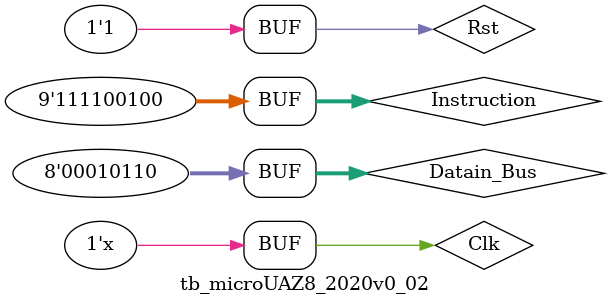
<source format=v>
`timescale 1ns / 1ps


module tb_microUAZ8_2020v0_02( );
reg [8:0] Instruction;
reg [7:0] Datain_Bus;
wire [7:0] Address_Instruction_Bus;
wire [7:0] DataOut_Bus;
wire [7:0] Addres_Data_Bus;
wire LE;
reg Clk;
reg Rst;

Microprocesador_Equipo_N uut(
.Instruction(Instruction),
.Datain_Bus(Datain_Bus),
.Address_Instruction_Bus(Address_Instruction_Bus),
.DataOut_Bus(DataOut_Bus),
.LE(LE),
.Clk(Clk),
.Rst(Rst)
);

initial 
    begin
     Instruction=0;
    Rst=1;
Clk=0;
     
    Datain_Bus=8'b0010110;
    #2 Instruction=9'b000_010_010;
    #2 Instruction=9'b001_110_001;
    #2 Instruction=9'b010_011_011;
    #2 Instruction=9'b011_010_110;
    #2 Instruction=9'b100_000_011;
    #2 Instruction=9'b101_010_000;
    #2 Instruction=9'b110_000_000;
    #2 Instruction=9'b111_100_100;
    end
    always
        #1 Clk = !Clk;
endmodule

</source>
